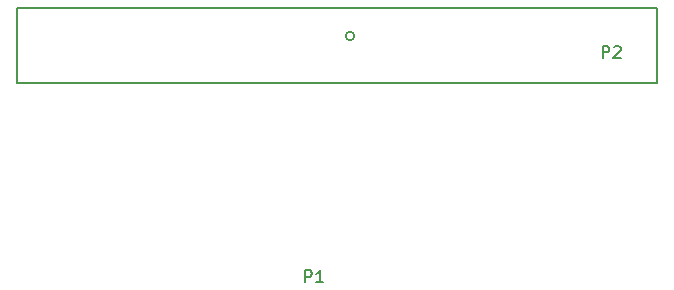
<source format=gbr>
*
%LPD*%
%LN915 PCB Antenna 02-F.SilkS*%
%FSLAX25Y25*%
%MOIN*%
%AD*%
%AD*%
%ADD27C,0.005905512*%
G54D27*
%SRX1Y1I0.0J0.0*%
G1X5122Y38569D2*
G1X4335Y38569D1*
G1X5516Y63765D2*
G1X4335Y63765D1*
G1X4335Y38569D1*
G1X217721Y63765D2*
G1X217721Y38569D1*
G1X20870Y63765D2*
G1X5122Y63765D1*
G1X5122Y38569D2*
G1X20870Y38569D1*
G1X217721Y38569D2*
G1X20870Y38569D1*
G1X217721Y63765D2*
G1X20870Y63765D1*
G1X116778Y54317D2*
G75*
G3X116778Y54317I-1420J0D1*
G74*
G1X100401Y-27726D2*
G1X100401Y-23789D1*
G1X101901Y-23789D1*
G1X102276Y-23976D1*
G1X102463Y-24164D1*
G1X102651Y-24539D1*
G1X102651Y-25101D1*
G1X102463Y-25476D1*
G1X102276Y-25664D1*
G1X101901Y-25851D1*
G1X100401Y-25851D1*
G1X106400Y-27726D2*
G1X104151Y-27726D1*
G1X105276Y-27726D2*
G1X105276Y-23789D1*
G1X104901Y-24351D1*
G1X104526Y-24726D1*
G1X104151Y-24914D1*
G1X199574Y46999D2*
G1X199574Y50936D1*
G1X201074Y50936D1*
G1X201449Y50748D1*
G1X201637Y50561D1*
G1X201824Y50186D1*
G1X201824Y49623D1*
G1X201637Y49248D1*
G1X201449Y49061D1*
G1X201074Y48873D1*
G1X199574Y48873D1*
G1X203324Y50561D2*
G1X203511Y50748D1*
G1X203886Y50936D1*
G1X204824Y50936D1*
G1X205199Y50748D1*
G1X205386Y50561D1*
G1X205574Y50186D1*
G1X205574Y49811D1*
G1X205386Y49248D1*
G1X203136Y46999D1*
G1X205574Y46999D1*
M2*

</source>
